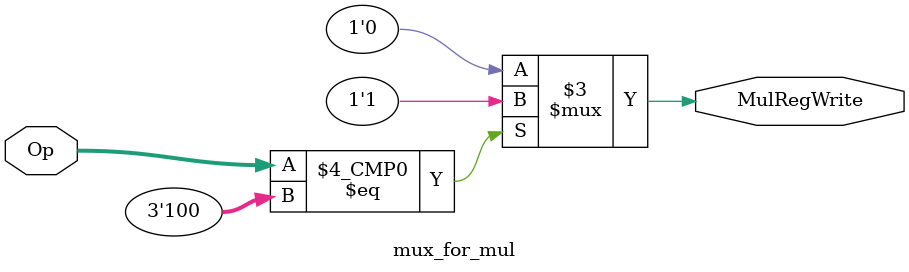
<source format=v>
module mux_for_mul(
    input [2:0] Op,
    output reg MulRegWrite
);

always@* begin
        case (Op)
            3'b100:  MulRegWrite = 1'b1;
            
        default : MulRegWrite = 1'b0;
        endcase
    end

endmodule
</source>
